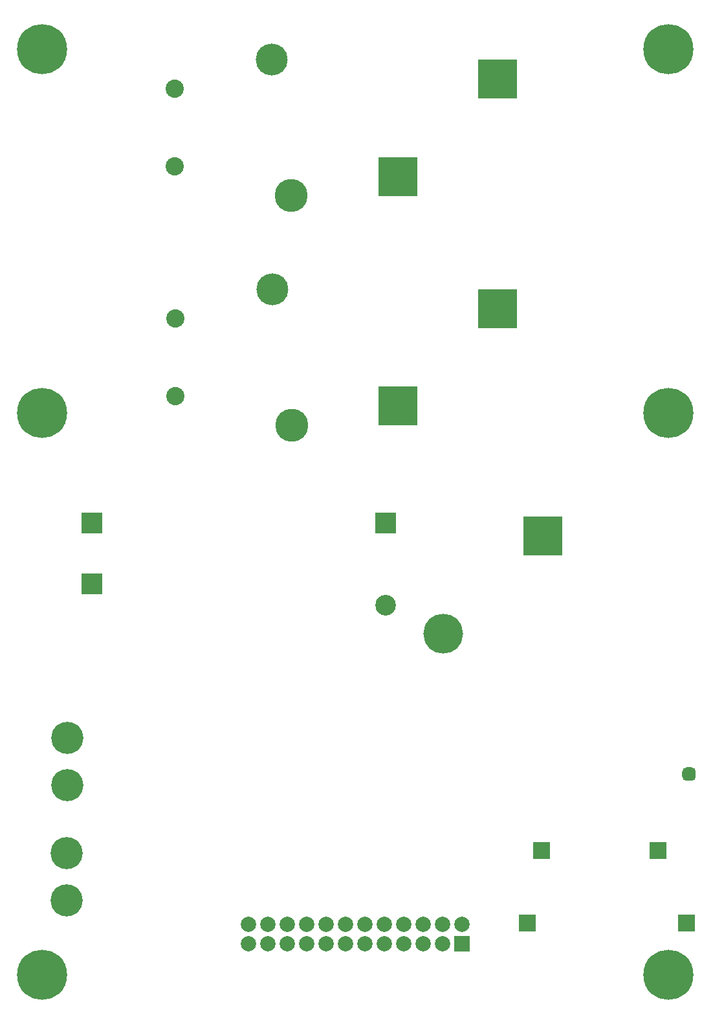
<source format=gbs>
G04*
G04 #@! TF.GenerationSoftware,Altium Limited,Altium Designer,18.0.11 (651)*
G04*
G04 Layer_Color=16711935*
%FSLAX25Y25*%
%MOIN*%
G70*
G01*
G75*
%ADD43R,0.10642X0.10642*%
%ADD44C,0.10642*%
%ADD45C,0.09400*%
%ADD46C,0.16400*%
%ADD47C,0.17000*%
%ADD48R,0.20485X0.20485*%
%ADD49C,0.16548*%
%ADD50R,0.08674X0.08674*%
%ADD51C,0.20485*%
%ADD52C,0.25800*%
%ADD53R,0.07887X0.07887*%
%ADD54C,0.07887*%
G04:AMPARAMS|DCode=55|XSize=70mil|YSize=70mil|CornerRadius=22.6mil|HoleSize=0mil|Usage=FLASHONLY|Rotation=0.000|XOffset=0mil|YOffset=0mil|HoleType=Round|Shape=RoundedRectangle|*
%AMROUNDEDRECTD55*
21,1,0.07000,0.02480,0,0,0.0*
21,1,0.02480,0.07000,0,0,0.0*
1,1,0.04520,0.01240,-0.01240*
1,1,0.04520,-0.01240,-0.01240*
1,1,0.04520,-0.01240,0.01240*
1,1,0.04520,0.01240,0.01240*
%
%ADD55ROUNDEDRECTD55*%
D43*
X15695Y-5532D02*
D03*
X-135880D02*
D03*
Y-37028D02*
D03*
D44*
X15695Y-47855D02*
D03*
D45*
X-92887Y59626D02*
D03*
Y99626D02*
D03*
X-93045Y177855D02*
D03*
Y217855D02*
D03*
D46*
X-42887Y114626D02*
D03*
X-43045Y232855D02*
D03*
D47*
X-32887Y44626D02*
D03*
X-33045Y162855D02*
D03*
D48*
X73255Y104784D02*
D03*
X22003Y54523D02*
D03*
X73255Y222894D02*
D03*
X22003Y172634D02*
D03*
X96474Y-12421D02*
D03*
D49*
X-148378Y-140618D02*
D03*
Y-116208D02*
D03*
X-148704Y-199904D02*
D03*
Y-175494D02*
D03*
D50*
X95957Y-174201D02*
D03*
X88477Y-211603D02*
D03*
X155799Y-174201D02*
D03*
X170760Y-211603D02*
D03*
D51*
X45222Y-62682D02*
D03*
D52*
X161417Y-238189D02*
D03*
X-161417D02*
D03*
X161417Y51181D02*
D03*
X-161417D02*
D03*
X161417Y238189D02*
D03*
X-161417D02*
D03*
D53*
X55000Y-222441D02*
D03*
D54*
X45000D02*
D03*
X35000D02*
D03*
X25000D02*
D03*
X15000D02*
D03*
X5000D02*
D03*
X-5000D02*
D03*
X-15000D02*
D03*
X-25000D02*
D03*
X-35000D02*
D03*
X-45000D02*
D03*
X-55000D02*
D03*
X55000Y-212441D02*
D03*
X45000D02*
D03*
X35000D02*
D03*
X25000D02*
D03*
X15000D02*
D03*
X5000D02*
D03*
X-5000D02*
D03*
X-15000D02*
D03*
X-25000D02*
D03*
X-35000D02*
D03*
X-45000D02*
D03*
X-55000D02*
D03*
D55*
X171962Y-135046D02*
D03*
M02*

</source>
